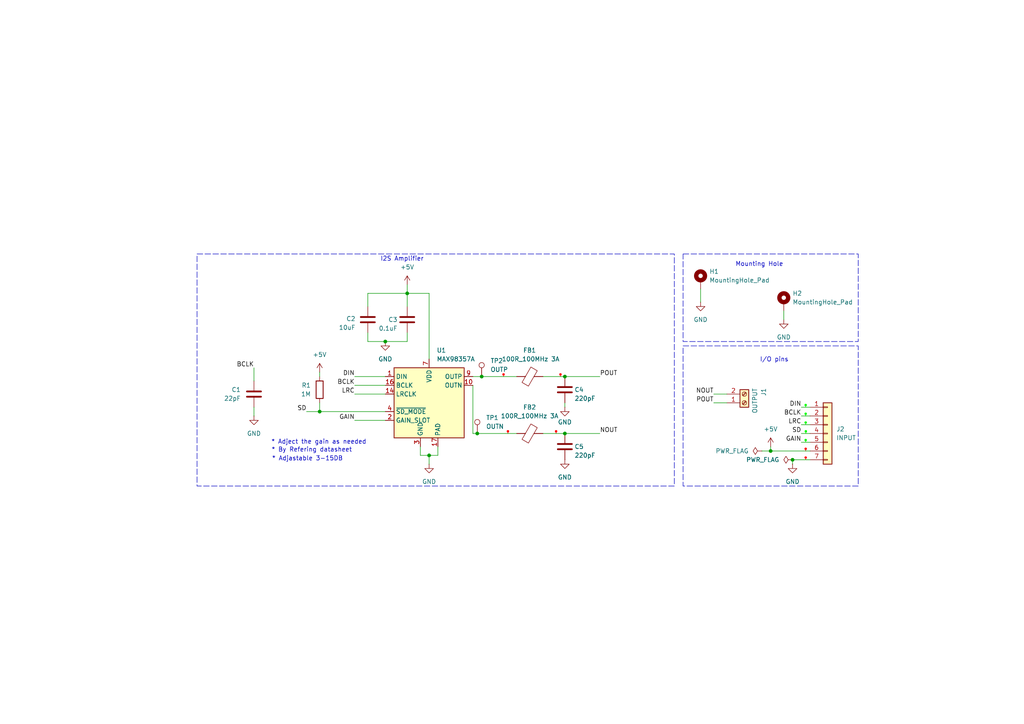
<source format=kicad_sch>
(kicad_sch (version 20231120) (generator "eeschema") (generator_version "8.0")
  (paper "A4")
  (lib_symbols
    (symbol "Audio:MAX98357A"
      (property "Reference" "U" (at -8.89 11.43 0))
      (property "Value" "MAX98357A" (at 10.16 11.43 0))
      (symbol "MAX98357A_1_1"
        (rectangle (start -10.16 10.16) (end 10.16 -10.16) (stroke (width 0.254)) (fill (type background)))
        (pin input line (at -12.7 7.62 0) (length 2.54) (name "DIN") (number "1"))
        (pin output line (at 12.7 5.08 180) (length 2.54) (name "OUTN") (number "10"))
        (pin passive line (at -2.54 -12.7 90) (length 2.54) hide (name "GND") (number "11"))
        (pin no_connect line (at 10.16 -5.08 180) (length 2.54) hide (name "NC") (number "12"))
        (pin no_connect line (at 10.16 -7.62 180) (length 2.54) hide (name "NC") (number "13"))
        (pin input line (at -12.7 2.54 0) (length 2.54) (name "LRCLK") (number "14"))
        (pin passive line (at -2.54 -12.7 90) (length 2.54) hide (name "GND") (number "15"))
        (pin input line (at -12.7 5.08 0) (length 2.54) (name "BCLK") (number "16"))
        (pin unspecified line (at 2.54 -12.7 90) (length 2.54) (name "PAD") (number "17"))
        (pin passive line (at -12.7 -5.08 0) (length 2.54) (name "GAIN_SLOT") (number "2"))
        (pin power_in line (at -2.54 -12.7 90) (length 2.54) (name "GND") (number "3"))
        (pin input line (at -12.7 -2.54 0) (length 2.54) (name "~{SD_MODE}") (number "4"))
        (pin no_connect line (at 10.16 2.54 180) (length 2.54) hide (name "NC") (number "5"))
        (pin no_connect line (at 10.16 0 180) (length 2.54) hide (name "NC") (number "6"))
        (pin power_in line (at 0 12.7 270) (length 2.54) (name "VDD") (number "7"))
        (pin passive line (at 0 12.7 270) (length 2.54) hide (name "VDD") (number "8"))
        (pin output line (at 12.7 7.62 180) (length 2.54) (name "OUTP") (number "9"))
      )
    )
    (symbol "Connector:Screw_Terminal_01x02" (pin_names (offset 1.016) hide)
      (property "Reference" "J" (at 0 2.54 0))
      (property "Value" "Screw_Terminal_01x02" (at 0 -5.08 0))
      (symbol "Screw_Terminal_01x02_1_1"
        (rectangle (start -1.27 1.27) (end 1.27 -3.81) (stroke (width 0.254)) (fill (type background)))
        (circle (center 0 -2.54) (radius 0.635) (stroke (width 0.1524)))
        (polyline (pts (xy -0.5334 -2.2098) (xy 0.3302 -3.048)) (stroke (width 0.1524)))
        (polyline (pts (xy -0.5334 0.3302) (xy 0.3302 -0.508)) (stroke (width 0.1524)))
        (polyline (pts (xy -0.3556 -2.032) (xy 0.508 -2.8702)) (stroke (width 0.1524)))
        (polyline (pts (xy -0.3556 0.508) (xy 0.508 -0.3302)) (stroke (width 0.1524)))
        (circle (center 0 0) (radius 0.635) (stroke (width 0.1524)))
        (pin passive line (at -5.08 0 0) (length 3.81) (name "Pin_1") (number "1"))
        (pin passive line (at -5.08 -2.54 0) (length 3.81) (name "Pin_2") (number "2"))
      )
    )
    (symbol "Connector:TestPoint" (pin_numbers hide) (pin_names (offset 0.762) hide)
      (property "Reference" "TP" (at 0 6.858 0))
      (property "Value" "TestPoint" (at 0 5.08 0))
      (symbol "TestPoint_0_1"
        (circle (center 0 3.302) (radius 0.762))
      )
      (symbol "TestPoint_1_1"
        (pin passive line (at 0 0 90) (length 2.54) (name "1") (number "1"))
      )
    )
    (symbol "Connector_Generic:Conn_01x07" (pin_names (offset 1.016) hide)
      (property "Reference" "J" (at 0 10.16 0))
      (property "Value" "Conn_01x07" (at 0 -10.16 0))
      (symbol "Conn_01x07_1_1"
        (rectangle (start -1.27 -7.493) (end 0 -7.747) (stroke (width 0.1524)))
        (rectangle (start -1.27 -4.953) (end 0 -5.207) (stroke (width 0.1524)))
        (rectangle (start -1.27 -2.413) (end 0 -2.667) (stroke (width 0.1524)))
        (rectangle (start -1.27 0.127) (end 0 -0.127) (stroke (width 0.1524)))
        (rectangle (start -1.27 2.667) (end 0 2.413) (stroke (width 0.1524)))
        (rectangle (start -1.27 5.207) (end 0 4.953) (stroke (width 0.1524)))
        (rectangle (start -1.27 7.747) (end 0 7.493) (stroke (width 0.1524)))
        (rectangle (start -1.27 8.89) (end 1.27 -8.89) (stroke (width 0.254)) (fill (type background)))
        (pin passive line (at -5.08 7.62 0) (length 3.81) (name "Pin_1") (number "1"))
        (pin passive line (at -5.08 5.08 0) (length 3.81) (name "Pin_2") (number "2"))
        (pin passive line (at -5.08 2.54 0) (length 3.81) (name "Pin_3") (number "3"))
        (pin passive line (at -5.08 0 0) (length 3.81) (name "Pin_4") (number "4"))
        (pin passive line (at -5.08 -2.54 0) (length 3.81) (name "Pin_5") (number "5"))
        (pin passive line (at -5.08 -5.08 0) (length 3.81) (name "Pin_6") (number "6"))
        (pin passive line (at -5.08 -7.62 0) (length 3.81) (name "Pin_7") (number "7"))
      )
    )
    (symbol "Device:C" (pin_numbers hide) (pin_names (offset 0.254))
      (property "Reference" "C" (at 0.635 2.54 0))
      (property "Value" "C" (at 0.635 -2.54 0))
      (symbol "C_0_1"
        (polyline (pts (xy -2.032 -0.762) (xy 2.032 -0.762)) (stroke (width 0.508)))
        (polyline (pts (xy -2.032 0.762) (xy 2.032 0.762)) (stroke (width 0.508)))
      )
      (symbol "C_1_1"
        (pin passive line (at 0 3.81 270) (length 2.794) (name "~") (number "1"))
        (pin passive line (at 0 -3.81 90) (length 2.794) (name "~") (number "2"))
      )
    )
    (symbol "Device:FerriteBead" (pin_numbers hide) (pin_names (offset 0))
      (property "Reference" "FB" (at -3.81 0.635 90))
      (property "Value" "FerriteBead" (at 3.81 0 90))
      (symbol "FerriteBead_0_1"
        (polyline (pts (xy 0 -1.27) (xy 0 -1.2192)))
        (polyline (pts (xy 0 1.27) (xy 0 1.2954)))
        (polyline (pts (xy -2.7686 0.4064) (xy -1.7018 2.2606) (xy 2.7686 -0.3048) (xy 1.6764 -2.159) (xy -2.7686 0.4064)))
      )
      (symbol "FerriteBead_1_1"
        (pin passive line (at 0 3.81 270) (length 2.54) (name "~") (number "1"))
        (pin passive line (at 0 -3.81 90) (length 2.54) (name "~") (number "2"))
      )
    )
    (symbol "Device:R" (pin_numbers hide) (pin_names (offset 0))
      (property "Reference" "R" (at 2.032 0 90))
      (property "Value" "R" (at 0 0 90))
      (symbol "R_0_1"
        (rectangle (start -1.016 -2.54) (end 1.016 2.54) (stroke (width 0.254)))
      )
      (symbol "R_1_1"
        (pin passive line (at 0 3.81 270) (length 1.27) (name "~") (number "1"))
        (pin passive line (at 0 -3.81 90) (length 1.27) (name "~") (number "2"))
      )
    )
    (symbol "Mechanical:MountingHole_Pad" (pin_numbers hide) (pin_names (offset 1.016) hide) (exclude_from_sim yes) (in_bom no)
      (property "Reference" "H" (at 0 6.35 0))
      (property "Value" "MountingHole_Pad" (at 0 4.445 0))
      (symbol "MountingHole_Pad_0_1"
        (circle (center 0 1.27) (radius 1.27) (stroke (width 1.27)))
      )
      (symbol "MountingHole_Pad_1_1"
        (pin input line (at 0 -2.54 90) (length 2.54) (name "1") (number "1"))
      )
    )
    (symbol "power:+5V" (power) (pin_numbers hide) (pin_names (offset 0) hide)
      (property "Value" "+5V" (at 0 3.556 0))
      (symbol "+5V_0_1"
        (polyline (pts (xy -0.762 1.27) (xy 0 2.54)))
        (polyline (pts (xy 0 0) (xy 0 2.54)))
        (polyline (pts (xy 0 2.54) (xy 0.762 1.27)))
      )
      (symbol "+5V_1_1"
        (pin power_in line (at 0 0 90) (length 0) (name "~") (number "1"))
      )
    )
    (symbol "power:GND" (power) (pin_numbers hide) (pin_names (offset 0) hide)
      (property "Value" "GND" (at 0 -3.81 0))
      (symbol "GND_0_1"
        (polyline (pts (xy 0 0) (xy 0 -1.27) (xy 1.27 -1.27) (xy 0 -2.54) (xy -1.27 -1.27) (xy 0 -1.27)))
      )
      (symbol "GND_1_1"
        (pin power_in line (at 0 0 270) (length 0) (name "~") (number "1"))
      )
    )
    (symbol "power:PWR_FLAG" (power) (pin_numbers hide) (pin_names (offset 0) hide)
      (property "Value" "PWR_FLAG" (at 0 3.81 0))
      (symbol "PWR_FLAG_0_0"
        (pin power_out line (at 0 0 90) (length 0) (name "~") (number "1"))
      )
      (symbol "PWR_FLAG_0_1"
        (polyline (pts (xy 0 0) (xy 0 1.27) (xy -1.016 1.905) (xy 0 2.54) (xy 1.016 1.905) (xy 0 1.27)))
      )
    )
  )
  (junction (at 138.43 125.73))
  (junction (at 163.83 125.73))
  (junction (at 92.71 119.38))
  (junction (at 223.52 130.81))
  (junction (at 124.46 132.08))
  (junction (at 163.83 109.22))
  (junction (at 139.7 109.22))
  (junction (at 111.76 99.06))
  (junction (at 118.11 85.09))
  (junction (at 229.87 133.35))
  (wire (pts (xy 163.83 109.22) (xy 173.99 109.22)))
  (wire (pts (xy 118.11 82.55) (xy 118.11 85.09)))
  (wire (pts (xy 118.11 85.09) (xy 118.11 88.9)))
  (wire (pts (xy 118.11 96.52) (xy 118.11 99.06)))
  (wire (pts (xy 157.48 125.73) (xy 163.83 125.73)))
  (wire (pts (xy 232.41 118.11) (xy 234.95 118.11)))
  (wire (pts (xy 106.68 88.9) (xy 106.68 85.09)))
  (wire (pts (xy 111.76 99.06) (xy 118.11 99.06)))
  (wire (pts (xy 102.87 109.22) (xy 111.76 109.22)))
  (wire (pts (xy 73.66 106.68) (xy 73.66 110.49)))
  (wire (pts (xy 137.16 109.22) (xy 139.7 109.22)))
  (wire (pts (xy 124.46 85.09) (xy 124.46 104.14)))
  (wire (pts (xy 73.66 120.65) (xy 73.66 118.11)))
  (wire (pts (xy 223.52 130.81) (xy 223.52 129.54)))
  (wire (pts (xy 137.16 125.73) (xy 138.43 125.73)))
  (wire (pts (xy 207.01 114.3) (xy 210.82 114.3)))
  (wire (pts (xy 92.71 116.84) (xy 92.71 119.38)))
  (wire (pts (xy 163.83 125.73) (xy 173.99 125.73)))
  (wire (pts (xy 102.87 121.92) (xy 111.76 121.92)))
  (wire (pts (xy 223.52 130.81) (xy 220.98 130.81)))
  (wire (pts (xy 127 129.54) (xy 127 132.08)))
  (wire (pts (xy 106.68 99.06) (xy 106.68 96.52)))
  (wire (pts (xy 121.92 129.54) (xy 121.92 132.08)))
  (wire (pts (xy 232.41 120.65) (xy 234.95 120.65)))
  (wire (pts (xy 234.95 133.35) (xy 229.87 133.35)))
  (wire (pts (xy 88.9 119.38) (xy 92.71 119.38)))
  (wire (pts (xy 124.46 132.08) (xy 124.46 134.62)))
  (wire (pts (xy 232.41 128.27) (xy 234.95 128.27)))
  (wire (pts (xy 106.68 85.09) (xy 118.11 85.09)))
  (wire (pts (xy 232.41 123.19) (xy 234.95 123.19)))
  (wire (pts (xy 157.48 109.22) (xy 163.83 109.22)))
  (wire (pts (xy 138.43 125.73) (xy 149.86 125.73)))
  (wire (pts (xy 223.52 130.81) (xy 234.95 130.81)))
  (wire (pts (xy 102.87 111.76) (xy 111.76 111.76)))
  (wire (pts (xy 111.76 99.06) (xy 106.68 99.06)))
  (wire (pts (xy 127 132.08) (xy 124.46 132.08)))
  (wire (pts (xy 92.71 107.95) (xy 92.71 109.22)))
  (wire (pts (xy 232.41 125.73) (xy 234.95 125.73)))
  (wire (pts (xy 139.7 109.22) (xy 149.86 109.22)))
  (wire (pts (xy 203.2 83.82) (xy 203.2 87.63)))
  (wire (pts (xy 137.16 125.73) (xy 137.16 111.76)))
  (wire (pts (xy 92.71 119.38) (xy 111.76 119.38)))
  (wire (pts (xy 227.33 90.17) (xy 227.33 92.71)))
  (wire (pts (xy 102.87 114.3) (xy 111.76 114.3)))
  (wire (pts (xy 118.11 85.09) (xy 124.46 85.09)))
  (wire (pts (xy 229.87 133.35) (xy 229.87 134.62)))
  (wire (pts (xy 121.92 132.08) (xy 124.46 132.08)))
  (wire (pts (xy 207.01 116.84) (xy 210.82 116.84)))
  (wire (pts (xy 163.83 118.11) (xy 163.83 116.84)))
  (rectangle (start 198.12 100.33) (end 248.92 140.97) (stroke (width 0) (type dash)))
  (rectangle (start 57.15 73.66) (end 195.58 140.97) (stroke (width 0) (type dash)))
  (rectangle (start 198.12 73.66) (end 248.92 99.06) (stroke (width 0) (type dash)))
  (text "I/O pins " (at 225.044 104.394 0) (effects (font (size 1.27 1.27))))
  (text "Mounting Hole " (at 220.726 76.708 0) (effects (font (size 1.27 1.27))))
  (text "* Adjastable 3-15DB" (exclude_from_sim yes) (at 89.154 133.096 0) (effects (font (size 1.27 1.27))))
  (text "* By Refering datasheet" (exclude_from_sim yes) (at 90.424 130.556 0) (effects (font (size 1.27 1.27))))
  (text "* Adject the gain as needed " (exclude_from_sim yes) (at 92.964 128.27 0) (effects (font (size 1.27 1.27))))
  (text "I2S Amplifier  " (at 117.602 75.184 0) (effects (font (size 1.27 1.27))))
  (label "DIN" (at 232.41 118.11 180))
  (label "BCLK" (at 232.41 120.65 180))
  (label "DIN" (at 102.87 109.22 180))
  (label "NOUT" (at 173.99 125.73 0))
  (label "LRC" (at 232.41 123.19 180))
  (label "LRC" (at 102.87 114.3 180))
  (label "GAIN" (at 102.87 121.92 180))
  (label "POUT" (at 207.01 116.84 180))
  (label "POUT" (at 173.99 109.22 0))
  (label "BCLK" (at 73.66 106.68 180))
  (label "BCLK" (at 102.87 111.76 180))
  (label "SD" (at 232.41 125.73 180))
  (label "NOUT" (at 207.01 114.3 180))
  (label "GAIN" (at 232.41 128.27 180))
  (label "SD" (at 88.9 119.38 180))
  (netclass_flag "" (length 0.635) (shape dot) (at 162.56 109.22 0) (property "Netclass" "Power" (effects (hide yes))))
  (netclass_flag "" (length 0.635) (shape dot) (at 233.68 123.19 0) (property "Netclass" "Signal" (effects (hide yes))))
  (netclass_flag "" (length 0.635) (shape dot) (at 233.68 120.65 0) (property "Netclass" "Signal" (effects (hide yes))))
  (netclass_flag "" (length 0.635) (shape dot) (at 233.68 128.27 0) (property "Netclass" "Signal" (effects (hide yes))))
  (netclass_flag "" (length 0.635) (shape dot) (at 147.32 125.73 0) (property "Netclass" "Power" (effects (hide yes))))
  (netclass_flag "" (length 0.635) (shape dot) (at 146.05 109.22 0) (property "Netclass" "Power" (effects (hide yes))))
  (netclass_flag "" (length 0.635) (shape dot) (at 233.68 118.11 0) (property "Netclass" "Signal" (effects (hide yes))))
  (netclass_flag "" (length 0.635) (shape dot) (at 233.68 130.81 0) (property "Netclass" "Power" (effects (hide yes))))
  (netclass_flag "" (length 0.635) (shape dot) (at 161.29 125.73 0) (property "Netclass" "Power" (effects (hide yes))))
  (netclass_flag "" (length 0.635) (shape dot) (at 233.7259 125.73 0) (property "Netclass" "Signal" (effects (hide yes))))
  (netclass_flag "" (length 0.635) (shape dot) (at 233.68 133.35 0) (property "Netclass" "Power" (effects (hide yes))))
  (symbol (lib_id "Device:C") (at 163.83 129.54 0) (unit 1)
    (property "Reference" "C5" (at 166.624 129.54 0) (effects (justify left)))
    (property "Value" "220pF" (at 166.624 132.08 0) (effects (justify left)))
    (property "Footprint" "Capacitor_SMD:C_0402_1005Metric_Pad0.74x0.62mm_HandSolder" (effects (hide yes)))
    (property "Description" "Unpolarized capacitor" (effects (hide yes)))
  )
  (symbol (lib_id "power:GND") (at 229.87 134.62 0) (unit 1)
    (property "Reference" "#PWR011" (effects (hide yes)))
    (property "Value" "GND" (at 229.87 139.7 0))
    (property "Description" "Power symbol creates a global label with name \"GND\" , ground" (effects (hide yes)))
  )
  (symbol (lib_id "Device:C") (at 163.83 113.03 0) (unit 1)
    (property "Reference" "C4" (at 166.624 113.03 0) (effects (justify left)))
    (property "Value" "220pF" (at 166.624 115.57 0) (effects (justify left)))
    (property "Footprint" "Capacitor_SMD:C_0402_1005Metric_Pad0.74x0.62mm_HandSolder" (effects (hide yes)))
    (property "Description" "Unpolarized capacitor" (effects (hide yes)))
  )
  (symbol (lib_id "power:GND") (at 227.33 92.71 0) (unit 1)
    (property "Reference" "#PWR010" (effects (hide yes)))
    (property "Value" "GND" (at 227.33 97.79 0))
    (property "Description" "Power symbol creates a global label with name \"GND\" , ground" (effects (hide yes)))
  )
  (symbol (lib_id "Mechanical:MountingHole_Pad") (at 203.2 81.28 0) (unit 1) (exclude_from_sim yes) (in_bom no)
    (property "Reference" "H1" (at 205.74 78.7399 0) (effects (justify left)))
    (property "Value" "MountingHole_Pad" (at 205.74 81.2799 0) (effects (justify left)))
    (property "Footprint" "MountingHole:MountingHole_3.2mm_M3_Pad_Via" (effects (hide yes)))
    (property "Description" "Mounting Hole with connection" (effects (hide yes)))
  )
  (symbol (lib_id "Device:C") (at 73.66 114.3 0) (mirror y) (unit 1)
    (property "Reference" "C1" (at 69.85 113.0299 0) (effects (justify left)))
    (property "Value" "22pF" (at 69.85 115.5699 0) (effects (justify left)))
    (property "Footprint" "Capacitor_SMD:C_0603_1608Metric_Pad1.08x0.95mm_HandSolder" (effects (hide yes)))
    (property "Description" "Unpolarized capacitor" (effects (hide yes)))
  )
  (symbol (lib_id "power:PWR_FLAG") (at 229.87 133.35 90) (unit 1)
    (property "Reference" "#FLG02" (effects (hide yes)))
    (property "Value" "PWR_FLAG" (at 226.06 133.3499 90) (effects (justify left)))
    (property "Description" "Special symbol for telling ERC where power comes from" (effects (hide yes)))
  )
  (symbol (lib_id "Audio:MAX98357A") (at 124.46 116.84 0) (unit 1)
    (property "Reference" "U1" (at 126.6541 101.6 0) (effects (justify left)))
    (property "Value" "MAX98357A" (at 126.6541 104.14 0) (effects (justify left)))
    (property "Footprint" "Package_DFN_QFN:TQFN-16-1EP_3x3mm_P0.5mm_EP1.23x1.23mm" (effects (hide yes)))
    (property "Datasheet" "https://www.analog.com/media/en/technical-documentation/data-sheets/MAX98357A-MAX98357B.pdf" (effects (hide yes)))
    (property "Description" "Mono DAC with amplifier, I2S, PCM, TDM, 32-bit, 96khz, 3.2W, TQFP-16" (effects (hide yes)))
  )
  (symbol (lib_id "power:GND") (at 73.66 120.65 0) (unit 1)
    (property "Reference" "#PWR01" (effects (hide yes)))
    (property "Value" "GND" (at 73.66 125.73 0))
    (property "Description" "Power symbol creates a global label with name \"GND\" , ground" (effects (hide yes)))
  )
  (symbol (lib_id "power:GND") (at 111.76 99.06 0) (unit 1)
    (property "Reference" "#PWR03" (effects (hide yes)))
    (property "Value" "GND" (at 111.76 104.14 0))
    (property "Description" "Power symbol creates a global label with name \"GND\" , ground" (effects (hide yes)))
  )
  (symbol (lib_id "power:GND") (at 163.83 118.11 0) (unit 1)
    (property "Reference" "#PWR06" (effects (hide yes)))
    (property "Value" "GND" (at 163.83 122.428 0))
    (property "Description" "Power symbol creates a global label with name \"GND\" , ground" (effects (hide yes)))
  )
  (symbol (lib_id "Device:C") (at 118.11 92.71 0) (mirror y) (unit 1)
    (property "Reference" "C3" (at 115.316 92.71 0) (effects (justify left)))
    (property "Value" "0.1uF" (at 115.316 95.25 0) (effects (justify left)))
    (property "Footprint" "Capacitor_SMD:C_0402_1005Metric_Pad0.74x0.62mm_HandSolder" (effects (hide yes)))
    (property "Description" "Unpolarized capacitor" (effects (hide yes)))
  )
  (symbol (lib_id "Mechanical:MountingHole_Pad") (at 227.33 87.63 0) (unit 1) (exclude_from_sim yes) (in_bom no)
    (property "Reference" "H2" (at 229.87 85.0899 0) (effects (justify left)))
    (property "Value" "MountingHole_Pad" (at 229.87 87.6299 0) (effects (justify left)))
    (property "Footprint" "MountingHole:MountingHole_3.2mm_M3_Pad_Via" (effects (hide yes)))
    (property "Description" "Mounting Hole with connection" (effects (hide yes)))
  )
  (symbol (lib_id "Connector:TestPoint") (at 139.7 109.22 0) (unit 1)
    (property "Reference" "TP2" (at 142.24 104.6479 0) (effects (justify left)))
    (property "Value" "OUTP" (at 142.24 107.1879 0) (effects (justify left)))
    (property "Footprint" "TestPoint:TestPoint_Pad_D1.0mm" (effects (hide yes)))
    (property "Description" "test point" (effects (hide yes)))
  )
  (symbol (lib_id "Device:C") (at 106.68 92.71 0) (mirror y) (unit 1)
    (property "Reference" "C2" (at 103.124 92.456 0) (effects (justify left)))
    (property "Value" "10uF" (at 103.124 94.996 0) (effects (justify left)))
    (property "Footprint" "Capacitor_SMD:C_0603_1608Metric_Pad1.08x0.95mm_HandSolder" (effects (hide yes)))
    (property "Description" "Unpolarized capacitor" (effects (hide yes)))
  )
  (symbol (lib_id "power:+5V") (at 118.11 82.55 0) (unit 1)
    (property "Reference" "#PWR04" (effects (hide yes)))
    (property "Value" "+5V" (at 118.11 77.47 0))
    (property "Description" "Power symbol creates a global label with name \"+5V\"" (effects (hide yes)))
  )
  (symbol (lib_id "power:GND") (at 163.83 133.35 0) (unit 1)
    (property "Reference" "#PWR07" (effects (hide yes)))
    (property "Value" "GND" (at 163.83 138.43 0))
    (property "Description" "Power symbol creates a global label with name \"GND\" , ground" (effects (hide yes)))
  )
  (symbol (lib_id "power:PWR_FLAG") (at 220.98 130.81 90) (unit 1)
    (property "Reference" "#FLG01" (effects (hide yes)))
    (property "Value" "PWR_FLAG" (at 217.17 130.8099 90) (effects (justify left)))
    (property "Description" "Special symbol for telling ERC where power comes from" (effects (hide yes)))
  )
  (symbol (lib_id "Connector:TestPoint") (at 138.43 125.73 0) (unit 1)
    (property "Reference" "TP1" (at 140.97 121.1579 0) (effects (justify left)))
    (property "Value" "OUTN" (at 140.97 123.6979 0) (effects (justify left)))
    (property "Footprint" "TestPoint:TestPoint_Pad_D1.0mm" (effects (hide yes)))
    (property "Description" "test point" (effects (hide yes)))
  )
  (symbol (lib_id "Connector:Screw_Terminal_01x02") (at 215.9 116.84 0) (mirror x) (unit 1)
    (property "Reference" "J1" (at 221.488 112.522 90) (effects (justify left)))
    (property "Value" "OUTPUT" (at 218.948 112.522 90) (effects (justify left)))
    (property "Footprint" "TerminalBlock_Phoenix:TerminalBlock_Phoenix_PT-1,5-2-3.5-H_1x02_P3.50mm_Horizontal" (effects (hide yes)))
    (property "Description" "Generic screw terminal, single row, 01x02, script generated (kicad-library-utils/schlib/autogen/connector/)" (effects (hide yes)))
  )
  (symbol (lib_id "Device:R") (at 92.71 113.03 0) (mirror x) (unit 1)
    (property "Reference" "R1" (at 90.17 111.7599 0) (effects (justify right)))
    (property "Value" "1M" (at 90.17 114.2999 0) (effects (justify right)))
    (property "Footprint" "Resistor_SMD:R_0603_1608Metric_Pad0.98x0.95mm_HandSolder" (effects (hide yes)))
    (property "Description" "Resistor" (effects (hide yes)))
  )
  (symbol (lib_id "power:GND") (at 203.2 87.63 0) (unit 1)
    (property "Reference" "#PWR08" (effects (hide yes)))
    (property "Value" "GND" (at 203.2 92.71 0))
    (property "Description" "Power symbol creates a global label with name \"GND\" , ground" (effects (hide yes)))
  )
  (symbol (lib_id "power:+5V") (at 92.71 107.95 0) (unit 1)
    (property "Reference" "#PWR02" (effects (hide yes)))
    (property "Value" "+5V" (at 92.71 102.87 0))
    (property "Description" "Power symbol creates a global label with name \"+5V\"" (effects (hide yes)))
  )
  (symbol (lib_id "Device:FerriteBead") (at 153.67 109.22 90) (unit 1)
    (property "Reference" "FB1" (at 153.6192 101.6 90))
    (property "Value" "100R_100MHz 3A" (at 153.924 104.14 90))
    (property "Footprint" "Inductor_SMD:L_0603_1608Metric_Pad1.05x0.95mm_HandSolder" (effects (hide yes)))
    (property "Description" "Ferrite bead" (effects (hide yes)))
  )
  (symbol (lib_id "power:GND") (at 124.46 134.62 0) (unit 1)
    (property "Reference" "#PWR05" (effects (hide yes)))
    (property "Value" "GND" (at 124.46 139.7 0))
    (property "Description" "Power symbol creates a global label with name \"GND\" , ground" (effects (hide yes)))
  )
  (symbol (lib_id "Device:FerriteBead") (at 153.67 125.73 90) (unit 1)
    (property "Reference" "FB2" (at 153.6192 118.11 90))
    (property "Value" "100R_100MHz 3A" (at 153.6192 120.65 90))
    (property "Footprint" "Inductor_SMD:L_0603_1608Metric_Pad1.05x0.95mm_HandSolder" (effects (hide yes)))
    (property "Description" "Ferrite bead" (effects (hide yes)))
  )
  (symbol (lib_id "Connector_Generic:Conn_01x07") (at 240.03 125.73 0) (unit 1)
    (property "Reference" "J2" (at 242.57 124.4599 0) (effects (justify left)))
    (property "Value" "INPUT" (at 242.57 126.9999 0) (effects (justify left)))
    (property "Footprint" "Connector_PinHeader_2.54mm:PinHeader_1x07_P2.54mm_Vertical" (effects (hide yes)))
    (property "Description" "Generic connector, single row, 01x07, script generated (kicad-library-utils/schlib/autogen/connector/)" (effects (hide yes)))
  )
  (symbol (lib_id "power:+5V") (at 223.52 129.54 0) (unit 1)
    (property "Reference" "#PWR09" (effects (hide yes)))
    (property "Value" "+5V" (at 223.52 124.46 0))
    (property "Description" "Power symbol creates a global label with name \"+5V\"" (effects (hide yes)))
  )
)
</source>
